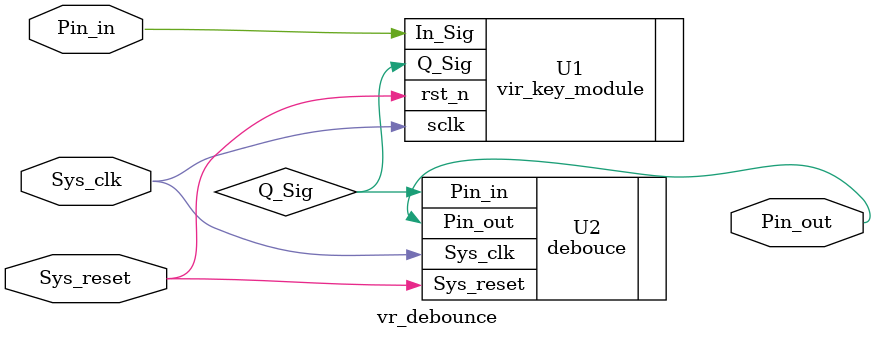
<source format=v>
module vr_debounce(
							input Sys_clk,
							input Sys_reset,
							input Pin_in,
							output Pin_out
						);
						
wire Q_Sig;					
	vir_key_module U1 (
							.sclk(Sys_clk),
							.rst_n(Sys_reset),
							.In_Sig(Pin_in),
							.Q_Sig(Q_Sig)
						);
						
 debouce    U2(	
						.Sys_clk(Sys_clk),
						.Sys_reset(Sys_reset),
						.Pin_in(Q_Sig),
						.Pin_out(Pin_out)
					);
endmodule

</source>
